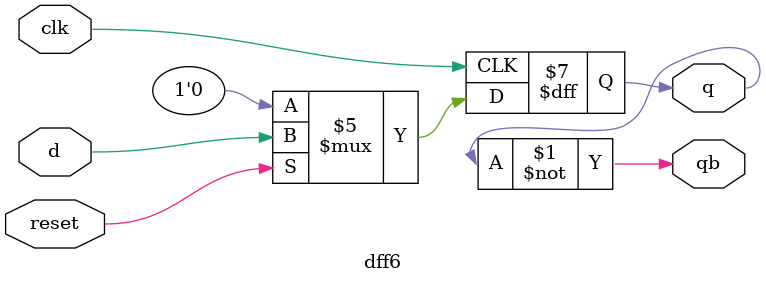
<source format=v>
module dff6 (
  input  d    ,
  input  clk  ,
  input  reset,
  output q    ,
  output qb
);

  reg q;

  assign qb = ~q;

  always @(posedge clk)
    if (~reset)
      q <= 1'b0; // Active low-reset
    else
      q <= d;

endmodule


</source>
